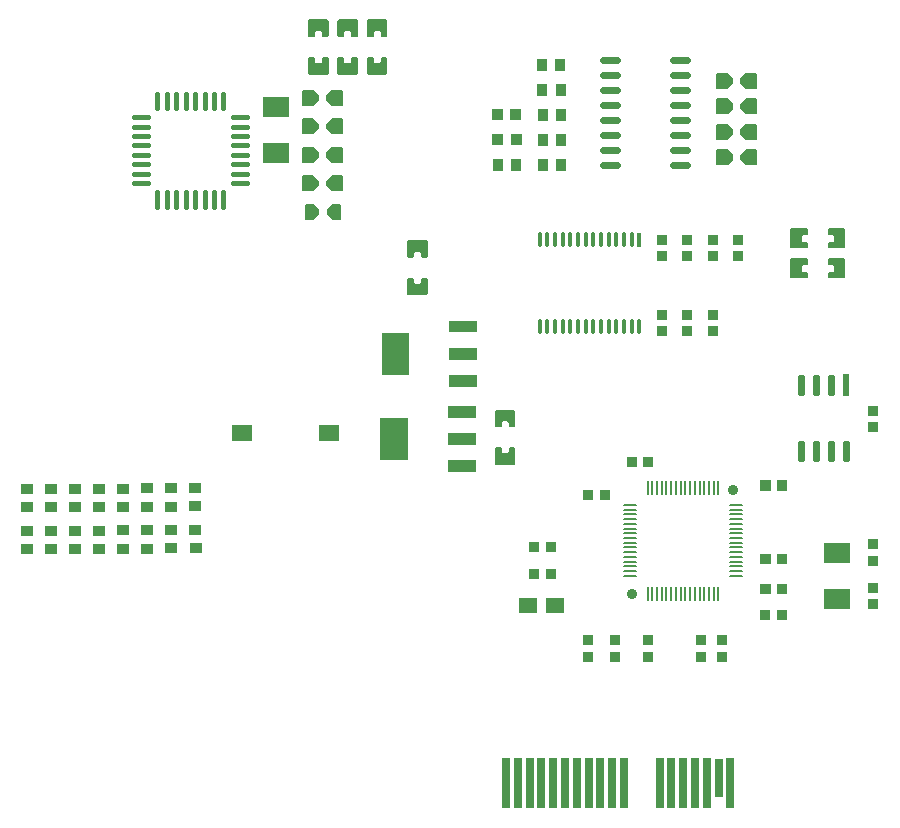
<source format=gtp>
G04 Layer: TopPasteMaskLayer*
G04 EasyEDA v6.4.19.4, 2021-05-08T19:32:42+08:00*
G04 959c2f807fa24cb394336e4151b9ccfb,119f753a6ce64b8d841f2ad33262ab0c,10*
G04 Gerber Generator version 0.2*
G04 Scale: 100 percent, Rotated: No, Reflected: No *
G04 Dimensions in millimeters *
G04 leading zeros omitted , absolute positions ,4 integer and 5 decimal *
%FSLAX45Y45*%
%MOMM*%

%ADD11C,0.2032*%
%ADD27C,0.3302*%
%ADD28C,0.6000*%
%ADD29C,0.4500*%
%ADD35R,0.7000X4.2000*%
%ADD36R,0.7000X3.2000*%
%ADD37R,2.2000X1.7000*%
%ADD38R,0.9144X0.9144*%
%ADD40C,0.8890*%
%ADD41R,0.2032X1.2700*%
%ADD42R,0.5588X1.8288*%
%ADD44R,0.3302X1.2700*%
%ADD48R,0.9299X0.9799*%
%ADD51R,1.7500X1.4000*%
%ADD52R,0.9799X0.9299*%

%LPD*%
G36*
X4998212Y2292858D02*
G01*
X4988204Y2282850D01*
X4988204Y2154377D01*
X4998212Y2144369D01*
X5150967Y2144369D01*
X5160975Y2154377D01*
X5160975Y2282850D01*
X5150967Y2292858D01*
X5113985Y2292858D01*
X5103977Y2282850D01*
X5103977Y2252370D01*
X5093970Y2242362D01*
X5055209Y2242362D01*
X5045202Y2252370D01*
X5045202Y2282850D01*
X5035194Y2292858D01*
G37*
G36*
X4998212Y2611374D02*
G01*
X4988204Y2601366D01*
X4988204Y2472842D01*
X4998212Y2462885D01*
X5035194Y2462885D01*
X5045202Y2472842D01*
X5045202Y2503373D01*
X5055209Y2513380D01*
X5093970Y2513380D01*
X5103977Y2503373D01*
X5103977Y2472842D01*
X5113985Y2462885D01*
X5150967Y2462885D01*
X5160975Y2472842D01*
X5160975Y2601366D01*
X5150967Y2611374D01*
G37*
G36*
X7112965Y4817313D02*
G01*
X7065060Y4771390D01*
X7065060Y4728210D01*
X7112965Y4682286D01*
X7199274Y4682286D01*
X7209281Y4692294D01*
X7209281Y4807305D01*
X7199274Y4817313D01*
G37*
G36*
X6872325Y4817313D02*
G01*
X6862318Y4807305D01*
X6862318Y4692294D01*
X6872325Y4682286D01*
X6958634Y4682286D01*
X7006539Y4728210D01*
X7006539Y4771390D01*
X6958634Y4817313D01*
G37*
G36*
X6872325Y5033213D02*
G01*
X6862318Y5023205D01*
X6862318Y4908194D01*
X6872325Y4898186D01*
X6958634Y4898186D01*
X7006539Y4944110D01*
X7006539Y4987290D01*
X6958634Y5033213D01*
G37*
G36*
X7112965Y5033213D02*
G01*
X7065060Y4987290D01*
X7065060Y4944110D01*
X7112965Y4898186D01*
X7199274Y4898186D01*
X7209281Y4908194D01*
X7209281Y5023205D01*
X7199274Y5033213D01*
G37*
G36*
X6872325Y5249113D02*
G01*
X6862318Y5239105D01*
X6862318Y5124094D01*
X6872325Y5114086D01*
X6958634Y5114086D01*
X7006539Y5160010D01*
X7006539Y5203190D01*
X6958634Y5249113D01*
G37*
G36*
X7112965Y5249113D02*
G01*
X7065060Y5203190D01*
X7065060Y5160010D01*
X7112965Y5114086D01*
X7199274Y5114086D01*
X7209281Y5124094D01*
X7209281Y5239105D01*
X7199274Y5249113D01*
G37*
G36*
X6872325Y5465013D02*
G01*
X6862318Y5455005D01*
X6862318Y5339994D01*
X6872325Y5329986D01*
X6958634Y5329986D01*
X7006539Y5375910D01*
X7006539Y5419090D01*
X6958634Y5465013D01*
G37*
G36*
X7112965Y5465013D02*
G01*
X7065060Y5419090D01*
X7065060Y5375910D01*
X7112965Y5329986D01*
X7199274Y5329986D01*
X7209281Y5339994D01*
X7209281Y5455005D01*
X7199274Y5465013D01*
G37*
G36*
X3914698Y5598769D02*
G01*
X3904691Y5588762D01*
X3904691Y5460238D01*
X3914698Y5450230D01*
X4067505Y5450230D01*
X4077512Y5460238D01*
X4077512Y5588762D01*
X4067505Y5598769D01*
X4030472Y5598769D01*
X4020464Y5588762D01*
X4020464Y5558282D01*
X4010456Y5548274D01*
X3971696Y5548274D01*
X3961688Y5558282D01*
X3961688Y5588762D01*
X3951732Y5598769D01*
G37*
G36*
X3914698Y5917234D02*
G01*
X3904691Y5907227D01*
X3904691Y5778754D01*
X3914698Y5768746D01*
X3951732Y5768746D01*
X3961688Y5778754D01*
X3961688Y5809234D01*
X3971696Y5819241D01*
X4010456Y5819241D01*
X4020464Y5809234D01*
X4020464Y5778754D01*
X4030472Y5768746D01*
X4067505Y5768746D01*
X4077512Y5778754D01*
X4077512Y5907227D01*
X4067505Y5917234D01*
G37*
G36*
X3664305Y5598769D02*
G01*
X3654298Y5588762D01*
X3654298Y5460238D01*
X3664305Y5450230D01*
X3817112Y5450230D01*
X3827119Y5460238D01*
X3827119Y5588762D01*
X3817112Y5598769D01*
X3780078Y5598769D01*
X3770071Y5588762D01*
X3770071Y5558282D01*
X3760114Y5548274D01*
X3721354Y5548274D01*
X3711346Y5558282D01*
X3711346Y5588762D01*
X3701338Y5598769D01*
G37*
G36*
X3664305Y5917234D02*
G01*
X3654298Y5907227D01*
X3654298Y5778754D01*
X3664305Y5768746D01*
X3701338Y5768746D01*
X3711346Y5778754D01*
X3711346Y5809234D01*
X3721354Y5819241D01*
X3760114Y5819241D01*
X3770071Y5809234D01*
X3770071Y5778754D01*
X3780078Y5768746D01*
X3817112Y5768746D01*
X3827119Y5778754D01*
X3827119Y5907227D01*
X3817112Y5917234D01*
G37*
G36*
X3416096Y5598769D02*
G01*
X3406089Y5588762D01*
X3406089Y5460238D01*
X3416096Y5450230D01*
X3568903Y5450230D01*
X3578910Y5460238D01*
X3578910Y5588762D01*
X3568903Y5598769D01*
X3531870Y5598769D01*
X3521862Y5588762D01*
X3521862Y5558282D01*
X3511854Y5548274D01*
X3473145Y5548274D01*
X3463137Y5558282D01*
X3463137Y5588762D01*
X3453129Y5598769D01*
G37*
G36*
X3416096Y5917234D02*
G01*
X3406089Y5907227D01*
X3406089Y5778754D01*
X3416096Y5768746D01*
X3453129Y5768746D01*
X3463137Y5778754D01*
X3463137Y5809234D01*
X3473145Y5819241D01*
X3511854Y5819241D01*
X3521862Y5809234D01*
X3521862Y5778754D01*
X3531870Y5768746D01*
X3568903Y5768746D01*
X3578910Y5778754D01*
X3578910Y5907227D01*
X3568903Y5917234D01*
G37*
G36*
X7498080Y4150410D02*
G01*
X7488123Y4140403D01*
X7488123Y3987596D01*
X7498080Y3977589D01*
X7626603Y3977589D01*
X7636611Y3987596D01*
X7636611Y4024629D01*
X7626603Y4034637D01*
X7596124Y4034637D01*
X7586116Y4044645D01*
X7586116Y4083354D01*
X7596124Y4093362D01*
X7626603Y4093362D01*
X7636611Y4103370D01*
X7636611Y4140403D01*
X7626603Y4150410D01*
G37*
G36*
X7816596Y4150410D02*
G01*
X7806588Y4140403D01*
X7806588Y4103370D01*
X7816596Y4093362D01*
X7847075Y4093362D01*
X7857083Y4083354D01*
X7857083Y4044645D01*
X7847075Y4034637D01*
X7816596Y4034637D01*
X7806588Y4024629D01*
X7806588Y3987596D01*
X7816596Y3977589D01*
X7945120Y3977589D01*
X7955076Y3987596D01*
X7955076Y4140403D01*
X7945120Y4150410D01*
G37*
G36*
X7498080Y3896410D02*
G01*
X7488123Y3886403D01*
X7488123Y3733596D01*
X7498080Y3723589D01*
X7626603Y3723589D01*
X7636611Y3733596D01*
X7636611Y3770629D01*
X7626603Y3780637D01*
X7596124Y3780637D01*
X7586116Y3790645D01*
X7586116Y3829354D01*
X7596124Y3839362D01*
X7626603Y3839362D01*
X7636611Y3849370D01*
X7636611Y3886403D01*
X7626603Y3896410D01*
G37*
G36*
X7816596Y3896410D02*
G01*
X7806588Y3886403D01*
X7806588Y3849370D01*
X7816596Y3839362D01*
X7847075Y3839362D01*
X7857083Y3829354D01*
X7857083Y3790645D01*
X7847075Y3780637D01*
X7816596Y3780637D01*
X7806588Y3770629D01*
X7806588Y3733596D01*
X7816596Y3723589D01*
X7945120Y3723589D01*
X7955076Y3733596D01*
X7955076Y3886403D01*
X7945120Y3896410D01*
G37*
G36*
X3364077Y4596587D02*
G01*
X3354070Y4586579D01*
X3354070Y4471619D01*
X3364077Y4461611D01*
X3450386Y4461611D01*
X3498342Y4507484D01*
X3498342Y4550714D01*
X3450386Y4596587D01*
G37*
G36*
X3604768Y4596587D02*
G01*
X3556812Y4550714D01*
X3556812Y4507484D01*
X3604768Y4461611D01*
X3691077Y4461611D01*
X3701084Y4471619D01*
X3701084Y4586579D01*
X3691077Y4596587D01*
G37*
G36*
X3364077Y5079187D02*
G01*
X3354070Y5069179D01*
X3354070Y4954219D01*
X3364077Y4944211D01*
X3450386Y4944211D01*
X3498342Y4990084D01*
X3498342Y5033314D01*
X3450386Y5079187D01*
G37*
G36*
X3604768Y5079187D02*
G01*
X3556812Y5033314D01*
X3556812Y4990084D01*
X3604768Y4944211D01*
X3691077Y4944211D01*
X3701084Y4954219D01*
X3701084Y5069179D01*
X3691077Y5079187D01*
G37*
G36*
X3364077Y4837887D02*
G01*
X3354070Y4827879D01*
X3354070Y4712919D01*
X3364077Y4702911D01*
X3450386Y4702911D01*
X3498342Y4748784D01*
X3498342Y4792014D01*
X3450386Y4837887D01*
G37*
G36*
X3604768Y4837887D02*
G01*
X3556812Y4792014D01*
X3556812Y4748784D01*
X3604768Y4702911D01*
X3691077Y4702911D01*
X3701084Y4712919D01*
X3701084Y4827879D01*
X3691077Y4837887D01*
G37*
G36*
X3364077Y5320487D02*
G01*
X3354070Y5310479D01*
X3354070Y5195519D01*
X3364077Y5185511D01*
X3450386Y5185511D01*
X3498342Y5231384D01*
X3498342Y5274614D01*
X3450386Y5320487D01*
G37*
G36*
X3604768Y5320487D02*
G01*
X3556812Y5274614D01*
X3556812Y5231384D01*
X3604768Y5185511D01*
X3691077Y5185511D01*
X3701084Y5195519D01*
X3701084Y5310479D01*
X3691077Y5320487D01*
G37*
G36*
X4254296Y3730853D02*
G01*
X4244289Y3720846D01*
X4244289Y3592372D01*
X4254296Y3582365D01*
X4407103Y3582365D01*
X4417110Y3592372D01*
X4417110Y3720846D01*
X4407103Y3730853D01*
X4370070Y3730853D01*
X4360062Y3720846D01*
X4360062Y3690365D01*
X4350054Y3680358D01*
X4311345Y3680358D01*
X4301337Y3690365D01*
X4301337Y3720846D01*
X4291330Y3730853D01*
G37*
G36*
X4254296Y4049369D02*
G01*
X4244289Y4039362D01*
X4244289Y3910837D01*
X4254296Y3900881D01*
X4291330Y3900881D01*
X4301337Y3910837D01*
X4301337Y3941368D01*
X4311345Y3951376D01*
X4350054Y3951376D01*
X4360062Y3941368D01*
X4360062Y3910837D01*
X4370070Y3900881D01*
X4407103Y3900881D01*
X4417110Y3910837D01*
X4417110Y4039362D01*
X4407103Y4049369D01*
G37*
G36*
X3608476Y4356658D02*
G01*
X3569970Y4309821D01*
X3569970Y4265777D01*
X3608476Y4218940D01*
X3677208Y4218940D01*
X3687216Y4228947D01*
X3687216Y4346651D01*
X3677208Y4356658D01*
G37*
G36*
X3390696Y4356658D02*
G01*
X3380689Y4346651D01*
X3380689Y4228947D01*
X3390696Y4218940D01*
X3459429Y4218940D01*
X3497935Y4265777D01*
X3497935Y4309821D01*
X3459429Y4356658D01*
G37*
D11*
X6640499Y1002563D02*
G01*
X6640499Y1109243D01*
X6440500Y1002563D02*
G01*
X6440500Y1109243D01*
X6840499Y1002563D02*
G01*
X6840499Y1109243D01*
X6800494Y1002563D02*
G01*
X6800494Y1109243D01*
X6720509Y1002563D02*
G01*
X6720509Y1109243D01*
X6680504Y1002563D02*
G01*
X6680504Y1109243D01*
X6480505Y1002563D02*
G01*
X6480505Y1109243D01*
X6520510Y1002563D02*
G01*
X6520510Y1109243D01*
X6760489Y1002563D02*
G01*
X6760489Y1109243D01*
X6320510Y1902561D02*
G01*
X6320510Y2009241D01*
X6400495Y1002563D02*
G01*
X6400495Y1109243D01*
X6977151Y1805914D02*
G01*
X7083831Y1805914D01*
X6077153Y1805914D02*
G01*
X6183833Y1805914D01*
X6320510Y1002563D02*
G01*
X6320510Y1109243D01*
X6977151Y1285900D02*
G01*
X7083831Y1285900D01*
X6560489Y1002563D02*
G01*
X6560489Y1109243D01*
X6077153Y1325905D02*
G01*
X6183833Y1325905D01*
X6077153Y1525904D02*
G01*
X6183833Y1525904D01*
X6280505Y1902561D02*
G01*
X6280505Y2009241D01*
X6880504Y1902561D02*
G01*
X6880504Y2009241D01*
X6360490Y1002563D02*
G01*
X6360490Y1109243D01*
X6880504Y1002563D02*
G01*
X6880504Y1109243D01*
X6077153Y1245895D02*
G01*
X6183833Y1245895D01*
X6077153Y1285900D02*
G01*
X6183833Y1285900D01*
X6600494Y1002563D02*
G01*
X6600494Y1109243D01*
X6977151Y1325905D02*
G01*
X7083831Y1325905D01*
X6977151Y1365910D02*
G01*
X7083831Y1365910D01*
X6520510Y1902561D02*
G01*
X6520510Y2009241D01*
X6560489Y1902561D02*
G01*
X6560489Y2009241D01*
X6480505Y1902561D02*
G01*
X6480505Y2009241D01*
X6400495Y1902561D02*
G01*
X6400495Y2009241D01*
X6600494Y1902561D02*
G01*
X6600494Y2009241D01*
X6640499Y1902561D02*
G01*
X6640499Y2009241D01*
X6360490Y1902561D02*
G01*
X6360490Y2009241D01*
X6440500Y1902561D02*
G01*
X6440500Y2009241D01*
X6977151Y1605914D02*
G01*
X7083831Y1605914D01*
X6977151Y1765909D02*
G01*
X7083831Y1765909D01*
X6977151Y1725904D02*
G01*
X7083831Y1725904D01*
X6977151Y1645894D02*
G01*
X7083831Y1645894D01*
X6977151Y1685899D02*
G01*
X7083831Y1685899D01*
X6077153Y1725904D02*
G01*
X6183833Y1725904D01*
X6077153Y1765909D02*
G01*
X6183833Y1765909D01*
X6077153Y1685899D02*
G01*
X6183833Y1685899D01*
X6077153Y1405915D02*
G01*
X6183833Y1405915D01*
X6077153Y1365910D02*
G01*
X6183833Y1365910D01*
X6977151Y1485900D02*
G01*
X7083831Y1485900D01*
X6077153Y1445895D02*
G01*
X6183833Y1445895D01*
X6077153Y1485900D02*
G01*
X6183833Y1485900D01*
X6977151Y1445895D02*
G01*
X7083831Y1445895D01*
X6977151Y1525904D02*
G01*
X7083831Y1525904D01*
X6977151Y1565910D02*
G01*
X7083831Y1565910D01*
X6977151Y1405915D02*
G01*
X7083831Y1405915D01*
X6077153Y1205890D02*
G01*
X6183833Y1205890D01*
X6680504Y1902561D02*
G01*
X6680504Y2009241D01*
X6800494Y1902561D02*
G01*
X6800494Y2009241D01*
X6720509Y1902561D02*
G01*
X6720509Y2009241D01*
X6077153Y1565910D02*
G01*
X6183833Y1565910D01*
X6977151Y1205915D02*
G01*
X7083831Y1205915D01*
X6977151Y1245895D02*
G01*
X7083831Y1245895D01*
X6760489Y1902561D02*
G01*
X6760489Y2009241D01*
X6077153Y1605914D02*
G01*
X6183833Y1605914D01*
X6840499Y1902561D02*
G01*
X6840499Y2009241D01*
X6077153Y1645894D02*
G01*
X6183833Y1645894D01*
D27*
X6081902Y3363493D02*
G01*
X6081902Y3269513D01*
X5886907Y3363493D02*
G01*
X5886907Y3269513D01*
X5821883Y3363493D02*
G01*
X5821883Y3269513D01*
X6211900Y3363493D02*
G01*
X6211900Y3269513D01*
X5561888Y4100093D02*
G01*
X5561888Y4006113D01*
X5691886Y4100093D02*
G01*
X5691886Y4006113D01*
X5626887Y4100093D02*
G01*
X5626887Y4006113D01*
X5951905Y4100093D02*
G01*
X5951905Y4006113D01*
X6016904Y4100093D02*
G01*
X6016904Y4006113D01*
X5886907Y4100093D02*
G01*
X5886907Y4006113D01*
X5951905Y3363493D02*
G01*
X5951905Y3269513D01*
X5756884Y4100093D02*
G01*
X5756884Y4006113D01*
X5821883Y4100093D02*
G01*
X5821883Y4006113D01*
X6146901Y4100093D02*
G01*
X6146901Y4006113D01*
X5366893Y4100093D02*
G01*
X5366893Y4006113D01*
X5561888Y3363493D02*
G01*
X5561888Y3269513D01*
X5431891Y4100093D02*
G01*
X5431891Y4006113D01*
X5496890Y3363493D02*
G01*
X5496890Y3269513D01*
X5431891Y3363493D02*
G01*
X5431891Y3269513D01*
X5626887Y3363493D02*
G01*
X5626887Y3269513D01*
X6016904Y3363493D02*
G01*
X6016904Y3269513D01*
X5756884Y3363493D02*
G01*
X5756884Y3269513D01*
X5691886Y3363493D02*
G01*
X5691886Y3269513D01*
X6146901Y3363493D02*
G01*
X6146901Y3269513D01*
X6081902Y4100093D02*
G01*
X6081902Y4006113D01*
X5496890Y4100093D02*
G01*
X5496890Y4006113D01*
X5366893Y3363493D02*
G01*
X5366893Y3269513D01*
D28*
X6023919Y5575300D02*
G01*
X5903920Y5575300D01*
X6023919Y5448300D02*
G01*
X5903920Y5448300D01*
X6023919Y5321300D02*
G01*
X5903920Y5321300D01*
X6023919Y5194300D02*
G01*
X5903920Y5194300D01*
X6023919Y5067300D02*
G01*
X5903920Y5067300D01*
X6023919Y4940300D02*
G01*
X5903920Y4940300D01*
X6023919Y4813300D02*
G01*
X5903920Y4813300D01*
X6023919Y4686300D02*
G01*
X5903920Y4686300D01*
X6618279Y5575300D02*
G01*
X6498280Y5575300D01*
X6618279Y5448300D02*
G01*
X6498280Y5448300D01*
X6618279Y5321300D02*
G01*
X6498280Y5321300D01*
X6618279Y5194300D02*
G01*
X6498280Y5194300D01*
X6618279Y5067300D02*
G01*
X6498280Y5067300D01*
X6618279Y4940300D02*
G01*
X6498280Y4940300D01*
X6618279Y4813300D02*
G01*
X6498280Y4813300D01*
X6618279Y4686300D02*
G01*
X6498280Y4686300D01*
D29*
X2689377Y4332574D02*
G01*
X2689377Y4452574D01*
X2609367Y4332574D02*
G01*
X2609367Y4452574D01*
X2529357Y4332574D02*
G01*
X2529357Y4452574D01*
X2449347Y4332574D02*
G01*
X2449347Y4452574D01*
X2369591Y4332574D02*
G01*
X2369591Y4452574D01*
X2289581Y4332574D02*
G01*
X2289581Y4452574D01*
X2209571Y4332574D02*
G01*
X2209571Y4452574D01*
X2129561Y4332574D02*
G01*
X2129561Y4452574D01*
X2051893Y4530242D02*
G01*
X1931893Y4530242D01*
X2051893Y4610252D02*
G01*
X1931893Y4610252D01*
X2051893Y4690262D02*
G01*
X1931893Y4690262D01*
X2051893Y4770272D02*
G01*
X1931893Y4770272D01*
X2051893Y4850028D02*
G01*
X1931893Y4850028D01*
X2051893Y4930038D02*
G01*
X1931893Y4930038D01*
X2051893Y5010048D02*
G01*
X1931893Y5010048D01*
X2051893Y5090058D02*
G01*
X1931893Y5090058D01*
X2129561Y5167726D02*
G01*
X2129561Y5287726D01*
X2209571Y5167726D02*
G01*
X2209571Y5287726D01*
X2289581Y5167726D02*
G01*
X2289581Y5287726D01*
X2369591Y5167726D02*
G01*
X2369591Y5287726D01*
X2449347Y5167726D02*
G01*
X2449347Y5287726D01*
X2529357Y5167726D02*
G01*
X2529357Y5287726D01*
X2609367Y5167726D02*
G01*
X2609367Y5287726D01*
X2689377Y5167726D02*
G01*
X2689377Y5287726D01*
X2887045Y5090058D02*
G01*
X2767045Y5090058D01*
X2887045Y5010048D02*
G01*
X2767045Y5010048D01*
X2887045Y4930038D02*
G01*
X2767045Y4930038D01*
X2887045Y4850028D02*
G01*
X2767045Y4850028D01*
X2887045Y4770272D02*
G01*
X2767045Y4770272D01*
X2887045Y4690262D02*
G01*
X2767045Y4690262D01*
X2887045Y4610252D02*
G01*
X2767045Y4610252D01*
X2887045Y4530242D02*
G01*
X2767045Y4530242D01*
D35*
G01*
X5081600Y-551992D03*
G01*
X5181600Y-551992D03*
G01*
X5281599Y-551992D03*
G01*
X5381599Y-551992D03*
G01*
X5481599Y-551992D03*
G01*
X5581599Y-551992D03*
G01*
X5681599Y-551992D03*
G01*
X5781624Y-551916D03*
G01*
X5881598Y-551992D03*
G01*
X5981598Y-551992D03*
G01*
X6081598Y-551992D03*
G01*
X6381673Y-551916D03*
G01*
X6481597Y-551992D03*
G01*
X6581597Y-551992D03*
G01*
X6681597Y-551992D03*
G01*
X6781596Y-551992D03*
D36*
G01*
X6881596Y-502005D03*
D35*
G01*
X6981596Y-551992D03*
D37*
G01*
X7888300Y1398803D03*
G36*
X7778300Y1093807D02*
G01*
X7998299Y1093807D01*
X7998299Y923808D01*
X7778300Y923808D01*
G37*
D38*
G01*
X5461000Y1219200D03*
G01*
X5321300Y1219200D03*
G01*
X7050100Y3913403D03*
G01*
X7050100Y4053103D03*
G01*
X5780100Y522503D03*
G01*
X5780100Y662203D03*
G01*
X5462600Y1449603D03*
G01*
X5322900Y1449603D03*
D40*
G01*
X7005091Y1930501D03*
D41*
G01*
X6280505Y1055903D03*
D40*
G01*
X6150305Y1055903D03*
D38*
G01*
X7418400Y878103D03*
G01*
X7278700Y878103D03*
G01*
X6008700Y522503D03*
G01*
X6008700Y662203D03*
G01*
X5919800Y1894103D03*
G01*
X5780100Y1894103D03*
G36*
X7232980Y1393723D02*
G01*
X7324420Y1393723D01*
X7324420Y1302283D01*
X7232980Y1302283D01*
G37*
G36*
X7372680Y1393723D02*
G01*
X7464120Y1393723D01*
X7464120Y1302283D01*
X7372680Y1302283D01*
G37*
G36*
X7232980Y1139723D02*
G01*
X7324420Y1139723D01*
X7324420Y1048283D01*
X7232980Y1048283D01*
G37*
G36*
X7372680Y1139723D02*
G01*
X7464120Y1139723D01*
X7464120Y1048283D01*
X7372680Y1048283D01*
G37*
G01*
X6288100Y522503D03*
G01*
X6288100Y662203D03*
G36*
X7232980Y2016023D02*
G01*
X7324420Y2016023D01*
X7324420Y1924583D01*
X7232980Y1924583D01*
G37*
G36*
X7372680Y2016023D02*
G01*
X7464120Y2016023D01*
X7464120Y1924583D01*
X7372680Y1924583D01*
G37*
G01*
X6148400Y2173503D03*
G01*
X6288100Y2173503D03*
G01*
X6735140Y522503D03*
G01*
X6735140Y662203D03*
G01*
X6907860Y522503D03*
G01*
X6907860Y662203D03*
G01*
X8193100Y2605303D03*
G01*
X8193100Y2465603D03*
G36*
X7811686Y2747010D02*
G01*
X7826809Y2731889D01*
X7848193Y2731889D01*
X7863314Y2747010D01*
X7863314Y2895394D01*
X7848193Y2910517D01*
X7826809Y2910517D01*
X7811686Y2895394D01*
G37*
G36*
X7684686Y2747010D02*
G01*
X7699809Y2731889D01*
X7721193Y2731889D01*
X7736314Y2747010D01*
X7736314Y2895394D01*
X7721193Y2910517D01*
X7699809Y2910517D01*
X7684686Y2895394D01*
G37*
G36*
X7557686Y2747010D02*
G01*
X7572809Y2731889D01*
X7594193Y2731889D01*
X7609314Y2747010D01*
X7609314Y2895394D01*
X7594193Y2910517D01*
X7572809Y2910517D01*
X7557686Y2895394D01*
G37*
G36*
X7557686Y2188210D02*
G01*
X7572809Y2173089D01*
X7594193Y2173089D01*
X7609314Y2188210D01*
X7609314Y2336594D01*
X7594193Y2351717D01*
X7572809Y2351717D01*
X7557686Y2336594D01*
G37*
G36*
X7684686Y2188210D02*
G01*
X7699809Y2173089D01*
X7721193Y2173089D01*
X7736314Y2188210D01*
X7736314Y2336594D01*
X7721193Y2351717D01*
X7699809Y2351717D01*
X7684686Y2336594D01*
G37*
G36*
X7811686Y2188210D02*
G01*
X7826809Y2173089D01*
X7848193Y2173089D01*
X7863314Y2188210D01*
X7863314Y2336594D01*
X7848193Y2351717D01*
X7826809Y2351717D01*
X7811686Y2336594D01*
G37*
G36*
X7938686Y2188210D02*
G01*
X7953809Y2173089D01*
X7975193Y2173089D01*
X7990314Y2188210D01*
X7990314Y2336594D01*
X7975193Y2351717D01*
X7953809Y2351717D01*
X7938686Y2336594D01*
G37*
D42*
G01*
X7964500Y2821203D03*
G36*
X5195900Y1017803D02*
G01*
X5348300Y1017803D01*
X5348300Y890803D01*
X5195900Y890803D01*
G37*
G36*
X5424500Y1017803D02*
G01*
X5576900Y1017803D01*
X5576900Y890803D01*
X5424500Y890803D01*
G37*
D38*
G01*
X6618300Y3418103D03*
G01*
X6618300Y3278403D03*
G01*
X6402400Y4053103D03*
G01*
X6402400Y3913403D03*
G01*
X6834200Y3418103D03*
G01*
X6834200Y3278403D03*
G01*
X6402400Y3278403D03*
G01*
X6402400Y3418103D03*
D44*
G01*
X6211900Y4053103D03*
D38*
G01*
X6618300Y3913403D03*
G01*
X6618300Y4053103D03*
G01*
X8193100Y967003D03*
G01*
X8193100Y1106703D03*
G01*
X8193100Y1475003D03*
G01*
X8193100Y1335303D03*
G01*
X6834200Y4053103D03*
G01*
X6834200Y3913403D03*
G36*
X4825199Y2085002D02*
G01*
X4825199Y2183003D01*
X4591199Y2183003D01*
X4591199Y2085002D01*
G37*
G36*
X4825199Y2315004D02*
G01*
X4825199Y2413002D01*
X4591199Y2413002D01*
X4591199Y2315004D01*
G37*
G36*
X4825199Y2545003D02*
G01*
X4825199Y2643004D01*
X4591199Y2643004D01*
X4591199Y2545003D01*
G37*
G36*
X4251200Y2544003D02*
G01*
X4251200Y2184003D01*
X4017200Y2184003D01*
X4017200Y2544003D01*
G37*
D48*
G01*
X5015712Y4685766D03*
G01*
X5169865Y4686274D03*
G01*
X5396712Y4686020D03*
G01*
X5550865Y4686020D03*
G01*
X5394629Y4898212D03*
G01*
X5548782Y4898212D03*
G36*
X5121147Y4948021D02*
G01*
X5214137Y4948021D01*
X5214137Y4850028D01*
X5121147Y4850028D01*
G37*
G36*
X4966995Y4947513D02*
G01*
X5059984Y4947513D01*
X5059984Y4849520D01*
X4966995Y4849520D01*
G37*
G01*
X5392572Y5110403D03*
G01*
X5546725Y5110403D03*
G36*
X5119090Y5160213D02*
G01*
X5212079Y5160213D01*
X5212079Y5062220D01*
X5119090Y5062220D01*
G37*
G36*
X4964938Y5159705D02*
G01*
X5057927Y5159705D01*
X5057927Y5061712D01*
X4964938Y5061712D01*
G37*
G01*
X5390515Y5322595D03*
G01*
X5544667Y5322595D03*
G01*
X5388457Y5534787D03*
G01*
X5542610Y5534787D03*
G36*
X4836299Y2807098D02*
G01*
X4836299Y2905099D01*
X4602299Y2905099D01*
X4602299Y2807098D01*
G37*
G36*
X4836299Y3037100D02*
G01*
X4836299Y3135099D01*
X4602299Y3135099D01*
X4602299Y3037100D01*
G37*
G36*
X4836299Y3267100D02*
G01*
X4836299Y3365101D01*
X4602299Y3365101D01*
X4602299Y3267100D01*
G37*
G36*
X4262300Y3266099D02*
G01*
X4262300Y2906100D01*
X4028300Y2906100D01*
X4028300Y3266099D01*
G37*
D37*
G01*
X3133877Y4781778D03*
G36*
X3243877Y5086774D02*
G01*
X3023877Y5086774D01*
X3023877Y5256773D01*
X3243877Y5256773D01*
G37*
D51*
G01*
X3580104Y2413000D03*
G01*
X2846095Y2413000D03*
D52*
G01*
X1435100Y1788947D03*
G01*
X1435100Y1943100D03*
G01*
X1435633Y1434287D03*
G01*
X1435125Y1588439D03*
G01*
X1231620Y1788007D03*
G01*
X1231620Y1942160D03*
G01*
X1232154Y1433347D03*
G01*
X1231645Y1587500D03*
G01*
X1028674Y1432407D03*
G01*
X1028166Y1586560D03*
G01*
X1028141Y1787067D03*
G01*
X1028141Y1941220D03*
G01*
X2453030Y1439011D03*
G01*
X2452522Y1593164D03*
G01*
X2452497Y1793671D03*
G01*
X2452497Y1947824D03*
G01*
X2249550Y1438071D03*
G01*
X2249043Y1592224D03*
G01*
X2249017Y1792731D03*
G01*
X2249017Y1946884D03*
G01*
X2045538Y1791792D03*
G01*
X2045538Y1945944D03*
G01*
X2046071Y1437131D03*
G01*
X2045563Y1591284D03*
G01*
X1842592Y1436192D03*
G01*
X1842084Y1590344D03*
G01*
X1842058Y1790852D03*
G01*
X1842058Y1945004D03*
G01*
X1639112Y1435252D03*
G01*
X1638604Y1589404D03*
G01*
X1638579Y1789887D03*
G01*
X1638579Y1944039D03*
M02*

</source>
